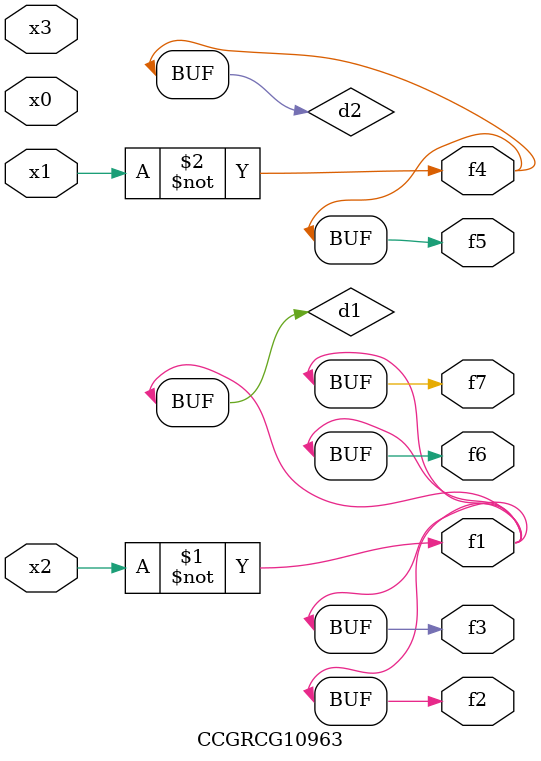
<source format=v>
module CCGRCG10963(
	input x0, x1, x2, x3,
	output f1, f2, f3, f4, f5, f6, f7
);

	wire d1, d2;

	xnor (d1, x2);
	not (d2, x1);
	assign f1 = d1;
	assign f2 = d1;
	assign f3 = d1;
	assign f4 = d2;
	assign f5 = d2;
	assign f6 = d1;
	assign f7 = d1;
endmodule

</source>
